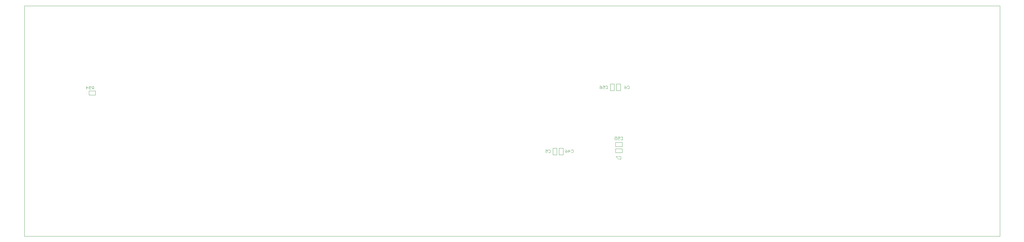
<source format=gbo>
*%FSLAX23Y23*%
*%MOIN*%
G01*
D11*
X4105Y9426D02*
X15837D01*
Y6651D02*
X4105D01*
X15837D02*
Y9426D01*
X4105D02*
Y6651D01*
D12*
X4940Y8421D02*
Y8456D01*
X4923D01*
X4917Y8450D01*
Y8438D01*
X4923Y8433D01*
X4940D01*
X4928D02*
X4917Y8421D01*
X4905Y8427D02*
X4899Y8421D01*
X4888D01*
X4882Y8427D01*
Y8450D01*
X4888Y8456D01*
X4899D01*
X4905Y8450D01*
Y8444D01*
X4899Y8438D01*
X4882D01*
X4853Y8421D02*
Y8456D01*
X4870Y8438D01*
X4847D01*
X10681Y7687D02*
X10687Y7693D01*
X10699D01*
X10704Y7687D01*
Y7664D01*
X10699Y7658D01*
X10687D01*
X10681Y7664D01*
X10652Y7658D02*
Y7693D01*
X10669Y7675D01*
X10646D01*
X10623Y7687D02*
X10611Y7693D01*
X10623Y7687D02*
X10634Y7675D01*
Y7664D01*
X10629Y7658D01*
X10617D01*
X10611Y7664D01*
Y7670D01*
X10617Y7675D01*
X10634D01*
X10412Y7693D02*
X10406Y7687D01*
X10412Y7693D02*
X10424D01*
X10429Y7687D01*
Y7664D01*
X10424Y7658D01*
X10412D01*
X10406Y7664D01*
X10394Y7693D02*
X10371D01*
X10394D02*
Y7675D01*
X10383Y7681D01*
X10377D01*
X10371Y7675D01*
Y7664D01*
X10377Y7658D01*
X10389D01*
X10394Y7664D01*
X11256Y7607D02*
X11262Y7613D01*
X11274D01*
X11279Y7607D01*
Y7584D01*
X11274Y7578D01*
X11262D01*
X11256Y7584D01*
X11244Y7613D02*
X11221D01*
Y7607D01*
X11244Y7584D01*
Y7578D01*
X11276Y7842D02*
X11282Y7848D01*
X11294D01*
X11299Y7842D01*
Y7819D01*
X11294Y7813D01*
X11282D01*
X11276Y7819D01*
X11264Y7848D02*
X11241D01*
X11264D02*
Y7830D01*
X11253Y7836D01*
X11247D01*
X11241Y7830D01*
Y7819D01*
X11247Y7813D01*
X11259D01*
X11264Y7819D01*
X11229Y7848D02*
X11206D01*
X11229D02*
Y7830D01*
X11218Y7836D01*
X11212D01*
X11206Y7830D01*
Y7819D01*
X11212Y7813D01*
X11224D01*
X11229Y7819D01*
X11096Y8457D02*
X11102Y8463D01*
X11114D01*
X11119Y8457D01*
Y8434D01*
X11114Y8428D01*
X11102D01*
X11096Y8434D01*
X11084Y8463D02*
X11061D01*
X11084D02*
Y8445D01*
X11073Y8451D01*
X11067D01*
X11061Y8445D01*
Y8434D01*
X11067Y8428D01*
X11079D01*
X11084Y8434D01*
X11038Y8457D02*
X11026Y8463D01*
X11038Y8457D02*
X11049Y8445D01*
Y8434D01*
X11044Y8428D01*
X11032D01*
X11026Y8434D01*
Y8440D01*
X11032Y8445D01*
X11049D01*
X11356Y8457D02*
X11362Y8463D01*
X11374D01*
X11379Y8457D01*
Y8434D01*
X11374Y8428D01*
X11362D01*
X11356Y8434D01*
X11333Y8457D02*
X11321Y8463D01*
X11333Y8457D02*
X11344Y8445D01*
Y8434D01*
X11339Y8428D01*
X11327D01*
X11321Y8434D01*
Y8440D01*
X11327Y8445D01*
X11344D01*
D14*
X4881Y8400D02*
Y8352D01*
X4960D02*
Y8400D01*
X4960Y8352D02*
X4881D01*
Y8400D02*
X4960D01*
X10536Y7711D02*
Y7632D01*
X10584D02*
Y7711D01*
X10584Y7711D02*
X10536D01*
Y7632D02*
X10584D01*
X10461Y7632D02*
Y7711D01*
X10509D02*
Y7632D01*
X10509Y7711D02*
X10461D01*
Y7632D02*
X10509D01*
X11215Y7657D02*
Y7705D01*
X11294D02*
Y7657D01*
X11294Y7657D02*
X11215D01*
Y7705D02*
X11294D01*
X11215Y7732D02*
Y7780D01*
X11294D02*
Y7732D01*
X11294Y7732D02*
X11215D01*
Y7780D02*
X11294D01*
X11199Y8406D02*
Y8485D01*
X11151D02*
Y8406D01*
X11151Y8406D02*
X11199D01*
Y8485D02*
X11151D01*
X11274Y8485D02*
Y8406D01*
X11226D02*
Y8485D01*
X11226Y8406D02*
X11274D01*
Y8485D02*
X11226D01*
D02*
M02*

</source>
